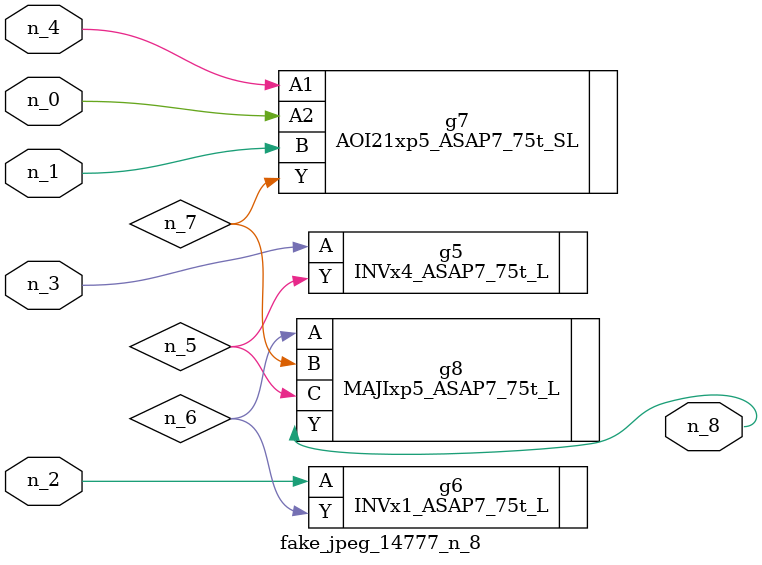
<source format=v>
module fake_jpeg_14777_n_8 (n_3, n_2, n_1, n_0, n_4, n_8);

input n_3;
input n_2;
input n_1;
input n_0;
input n_4;

output n_8;

wire n_6;
wire n_5;
wire n_7;

INVx4_ASAP7_75t_L g5 ( 
.A(n_3),
.Y(n_5)
);

INVx1_ASAP7_75t_L g6 ( 
.A(n_2),
.Y(n_6)
);

AOI21xp5_ASAP7_75t_SL g7 ( 
.A1(n_4),
.A2(n_0),
.B(n_1),
.Y(n_7)
);

MAJIxp5_ASAP7_75t_L g8 ( 
.A(n_6),
.B(n_7),
.C(n_5),
.Y(n_8)
);


endmodule
</source>
